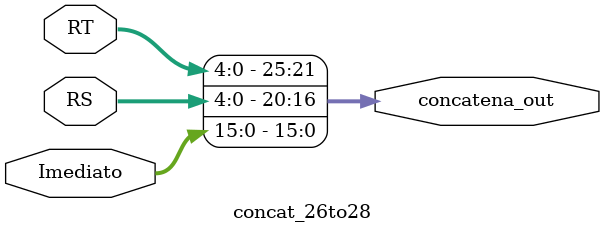
<source format=v>
module concat_26to28(
    input wire [4:0] RT,
    input wire [4:0] RS,
    input wire [15:0] Imediato,
    output wire [25:0] concatena_out
);

    assign concatena_out = {RT, RS, Imediato};

endmodule
</source>
